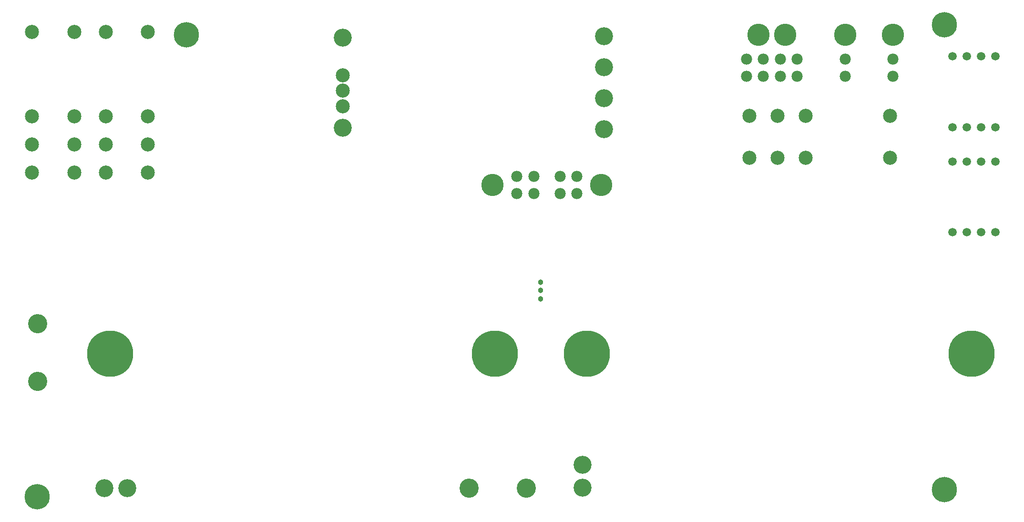
<source format=gbs>
G04*
G04 #@! TF.GenerationSoftware,Altium Limited,Altium Designer,18.1.11 (251)*
G04*
G04 Layer_Color=16711935*
%FSLAX25Y25*%
%MOIN*%
G70*
G01*
G75*
%ADD30C,0.03800*%
%ADD45C,0.07800*%
%ADD46C,0.15600*%
%ADD47C,0.12611*%
%ADD48C,0.13398*%
%ADD49C,0.09855*%
%ADD50C,0.17729*%
%ADD51C,0.05918*%
%ADD52C,0.32296*%
D30*
X474500Y290500D02*
D03*
Y284500D02*
D03*
Y296000D02*
D03*
D45*
X488200Y358200D02*
D03*
Y370000D02*
D03*
X500000D02*
D03*
Y358200D02*
D03*
X469800Y370000D02*
D03*
Y358200D02*
D03*
X458000D02*
D03*
Y370000D02*
D03*
X630400Y440200D02*
D03*
X618600D02*
D03*
Y452000D02*
D03*
X630400D02*
D03*
X654000D02*
D03*
X642200D02*
D03*
Y440200D02*
D03*
X654000D02*
D03*
X687500D02*
D03*
Y452000D02*
D03*
X721000D02*
D03*
Y440200D02*
D03*
D46*
X517000Y364100D02*
D03*
X441000D02*
D03*
X627000Y469000D02*
D03*
X645500D02*
D03*
X687500D02*
D03*
X721000D02*
D03*
D47*
X185500Y152000D02*
D03*
X169500D02*
D03*
X504000Y152500D02*
D03*
Y168500D02*
D03*
X336201Y404004D02*
D03*
Y466996D02*
D03*
X518799Y446327D02*
D03*
Y467980D02*
D03*
Y424673D02*
D03*
Y403020D02*
D03*
D48*
X424500Y152000D02*
D03*
X464657D02*
D03*
X123000Y226842D02*
D03*
Y267000D02*
D03*
D49*
X336201Y430067D02*
D03*
Y440933D02*
D03*
Y419240D02*
D03*
X620575Y412500D02*
D03*
X640260D02*
D03*
X719000D02*
D03*
X659945D02*
D03*
X620575Y382972D02*
D03*
X640260D02*
D03*
X659945D02*
D03*
X719000D02*
D03*
X118972Y372630D02*
D03*
Y392315D02*
D03*
Y471055D02*
D03*
Y412000D02*
D03*
X148500Y372630D02*
D03*
Y392315D02*
D03*
Y412000D02*
D03*
Y471055D02*
D03*
X170500Y372630D02*
D03*
Y392315D02*
D03*
Y471055D02*
D03*
Y412000D02*
D03*
X200028Y372630D02*
D03*
Y392315D02*
D03*
Y412000D02*
D03*
Y471055D02*
D03*
D50*
X122500Y146000D02*
D03*
X757000Y151000D02*
D03*
X227000Y469000D02*
D03*
X757000Y476000D02*
D03*
D51*
X792500Y404591D02*
D03*
Y454000D02*
D03*
X782500Y404591D02*
D03*
X772500D02*
D03*
X762500D02*
D03*
X782500Y454000D02*
D03*
X772500D02*
D03*
X762500D02*
D03*
X792500Y331090D02*
D03*
Y380500D02*
D03*
X782500Y331090D02*
D03*
X772500D02*
D03*
X762500D02*
D03*
X782500Y380500D02*
D03*
X772500D02*
D03*
X762500D02*
D03*
D52*
X442500Y246000D02*
D03*
X173602D02*
D03*
X775898D02*
D03*
X507000D02*
D03*
M02*

</source>
